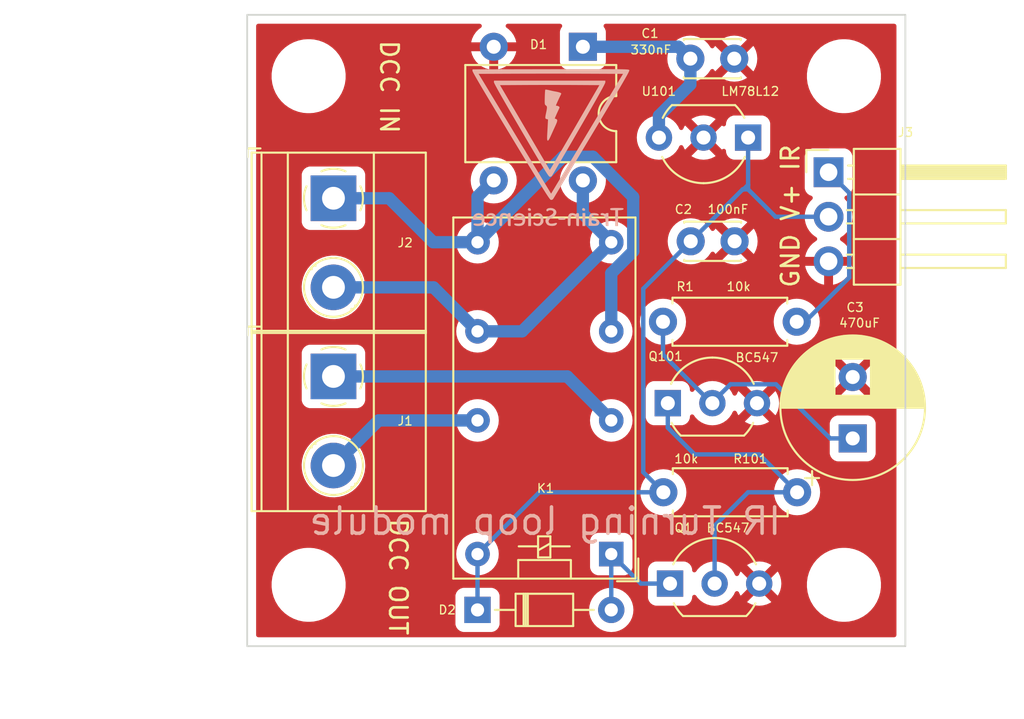
<source format=kicad_pcb>
(kicad_pcb (version 20211014) (generator pcbnew)
  (layers (0 "F.Cu" signal) (31 "B.Cu" signal) (34 "B.Paste" user) (35 "F.Paste" user) (36 "B.SilkS" user "B.Silkscreen") (37 "F.SilkS" user "F.Silkscreen") (38 "B.Mask" user) (39 "F.Mask" user) (44 "Edge.Cuts" user))
  (net 0 "")
  (net 1 "VCC")
  (net 2 "GND")
  (net 3 "+12V")
  (net 4 "Net-(R1-Pad1)")
  (net 5 "/DCC_A_OUT")
  (net 6 "/DCC_B_OUT")
  (net 7 "/DCC_B_IN")
  (net 8 "/DCC_A_IN")
  (net 9 "Net-(D2-Pad2)")
  (net 10 "Net-(Q1-Pad2)")
  (net 11 "Net-(J3-Pad1)")
  (footprint "Capacitor_THT:C_Disc_D3.0mm_W2.0mm_P2.50mm" (layer "F.Cu") (at 165.75 45)
    (fp_text reference "C1" (at -2.301 -1.439 unlocked) (layer "F.SilkS") (effects (font (size 0.5 0.5) (thickness 0.075))))
    (fp_text value "330nF" (at -2.25 -0.5 unlocked) (layer "F.SilkS") (effects (font (size 0.5 0.5) (thickness 0.075))))
    (pad "1" thru_hole circle (at 0 0) (size 1.6 1.6) (drill 0.8) (layers *.Cu *.Mask) (net 1 "VCC"))
    (pad "2" thru_hole circle (at 2.5 0) (size 1.6 1.6) (drill 0.8) (layers *.Cu *.Mask) (net 2 "GND"))
  )
  (footprint "Relay_THT:Relay_DPDT_Omron_G5V-2" (layer "F.Cu") (at 161.2425 73.2465 180)
    (fp_text reference "K1" (at 3.7425 3.7465 unlocked) (layer "F.SilkS") (effects (font (size 0.5 0.5) (thickness 0.075))))
    (fp_text value "G5V-2")
    (pad "1" thru_hole rect (at 0 0 180) (size 1.4 1.4) (drill 0.7) (layers *.Cu *.Mask) (net 9 "Net-(D2-Pad2)"))
    (pad "4" thru_hole circle (at 0 7.62 180) (size 1.4 1.4) (drill 0.7) (layers *.Cu *.Mask) (net 5 "/DCC_A_OUT"))
    (pad "6" thru_hole circle (at 0 12.7 180) (size 1.4 1.4) (drill 0.7) (layers *.Cu *.Mask) (net 8 "/DCC_A_IN"))
    (pad "8" thru_hole circle (at 0 17.78 180) (size 1.4 1.4) (drill 0.7) (layers *.Cu *.Mask) (net 7 "/DCC_B_IN"))
    (pad "9" thru_hole circle (at 7.62 17.78 180) (size 1.4 1.4) (drill 0.7) (layers *.Cu *.Mask) (net 8 "/DCC_A_IN"))
    (pad "11" thru_hole circle (at 7.62 12.7 180) (size 1.4 1.4) (drill 0.7) (layers *.Cu *.Mask) (net 7 "/DCC_B_IN"))
    (pad "13" thru_hole circle (at 7.62 7.62 180) (size 1.4 1.4) (drill 0.7) (layers *.Cu *.Mask) (net 6 "/DCC_B_OUT"))
    (pad "16" thru_hole circle (at 7.62 0 180) (size 1.4 1.4) (drill 0.7) (layers *.Cu *.Mask) (net 3 "+12V"))
  )
  (footprint "MountingHole:MountingHole_3.2mm_M3" (layer "F.Cu") (at 144 46)
    (fp_text reference "REF**" hide)
    (fp_text value "MountingHole_3.2mm_M3")
    (pad "" np_thru_hole circle (at 0 0) (size 3.2 3.2) (drill 3.2) (layers *.Cu *.Mask))
  )
  (footprint "MountingHole:MountingHole_3.2mm_M3" (layer "F.Cu") (at 174.5 75)
    (fp_text reference "REF**" hide)
    (fp_text value "MountingHole_3.2mm_M3")
    (pad "" np_thru_hole circle (at 0 0) (size 3.2 3.2) (drill 3.2) (layers *.Cu *.Mask))
  )
  (footprint "Capacitor_THT:C_Disc_D3.0mm_W2.0mm_P2.50mm" (layer "F.Cu") (at 165.77 55.414)
    (fp_text reference "C2" (at -0.416 -1.82 unlocked) (layer "F.SilkS") (effects (font (size 0.5 0.5) (thickness 0.075))))
    (fp_text value "100nF" (at 2.124 -1.82 unlocked) (layer "F.SilkS") (effects (font (size 0.5 0.5) (thickness 0.075))))
    (pad "1" thru_hole circle (at 0 0) (size 1.6 1.6) (drill 0.8) (layers *.Cu *.Mask) (net 3 "+12V"))
    (pad "2" thru_hole circle (at 2.5 0) (size 1.6 1.6) (drill 0.8) (layers *.Cu *.Mask) (net 2 "GND"))
  )
  (footprint "Diode_THT:Diode_Bridge_DIP-4_W7.62mm_P5.08mm" (layer "F.Cu") (at 159.626 44.323 -90)
    (fp_text reference "D1" (at -0.127 2.527 unlocked) (layer "F.SilkS") (effects (font (size 0.5 0.5) (thickness 0.075))))
    (fp_text value "D_Bridge_+-AA")
    (pad "1" thru_hole rect (at 0 0 270) (size 1.6 1.6) (drill 0.8) (layers *.Cu *.Mask) (net 1 "VCC"))
    (pad "2" thru_hole oval (at 0 5.08 270) (size 1.6 1.6) (drill 0.8) (layers *.Cu *.Mask) (net 2 "GND"))
    (pad "3" thru_hole oval (at 7.62 5.08 270) (size 1.6 1.6) (drill 0.8) (layers *.Cu *.Mask) (net 8 "/DCC_A_IN"))
    (pad "4" thru_hole oval (at 7.62 0 270) (size 1.6 1.6) (drill 0.8) (layers *.Cu *.Mask) (net 7 "/DCC_B_IN"))
  )
  (footprint "Capacitor_THT:CP_Radial_D8.0mm_P3.50mm" (layer "F.Cu") (at 175 66.652651 90)
    (fp_text reference "C3" (at 7.470651 0.133 unlocked) (layer "F.SilkS") (effects (font (size 0.5 0.5) (thickness 0.075))))
    (fp_text value "470uF" (at 6.581651 0.387 unlocked) (layer "F.SilkS") (effects (font (size 0.5 0.5) (thickness 0.075))))
    (pad "1" thru_hole rect (at 0 0 90) (size 1.6 1.6) (drill 0.8) (layers *.Cu *.Mask) (net 4 "Net-(R1-Pad1)"))
    (pad "2" thru_hole circle (at 3.5 0 90) (size 1.6 1.6) (drill 0.8) (layers *.Cu *.Mask) (net 2 "GND"))
  )
  (footprint "TerminalBlock_Phoenix:TerminalBlock_Phoenix_MKDS-1,5-2-5.08_1x02_P5.08mm_Horizontal" (layer "F.Cu") (at 145.415 63.119 -90)
    (fp_text reference "J1" (at 2.54 -4.085 unlocked) (layer "F.SilkS") (effects (font (size 0.5 0.5) (thickness 0.075))))
    (fp_text value "DCC_out")
    (pad "1" thru_hole rect (at 0 0 270) (size 2.6 2.6) (drill 1.3) (layers *.Cu *.Mask) (net 5 "/DCC_A_OUT"))
    (pad "2" thru_hole circle (at 5.08 0 270) (size 2.6 2.6) (drill 1.3) (layers *.Cu *.Mask) (net 6 "/DCC_B_OUT"))
  )
  (footprint "Package_TO_SOT_THT:TO-92_Inline_Wide" (layer "F.Cu") (at 164.592 74.93)
    (fp_text reference "Q1" (at 0.762 -3.175 unlocked) (layer "F.SilkS") (effects (font (size 0.5 0.5) (thickness 0.075))))
    (fp_text value "BC547" (at 3.302 -3.175 unlocked) (layer "F.SilkS") (effects (font (size 0.5 0.5) (thickness 0.075))))
    (pad "1" thru_hole rect (at 0 0) (size 1.5 1.5) (drill 0.8) (layers *.Cu *.Mask) (net 9 "Net-(D2-Pad2)"))
    (pad "2" thru_hole circle (at 2.54 0) (size 1.5 1.5) (drill 0.8) (layers *.Cu *.Mask) (net 10 "Net-(Q1-Pad2)"))
    (pad "3" thru_hole circle (at 5.08 0) (size 1.5 1.5) (drill 0.8) (layers *.Cu *.Mask) (net 2 "GND"))
  )
  (footprint "Package_TO_SOT_THT:TO-92_Inline_Wide" (layer "F.Cu") (at 169.04 49.5 180)
    (fp_text reference "U101" (at 5.083 2.637 unlocked) (layer "F.SilkS") (effects (font (size 0.5 0.5) (thickness 0.075))))
    (fp_text value "LM78L12" (at -0.124 2.637 unlocked) (layer "F.SilkS") (effects (font (size 0.5 0.5) (thickness 0.075))))
    (pad "1" thru_hole rect (at 0 0 180) (size 1.5 1.5) (drill 0.8) (layers *.Cu *.Mask) (net 3 "+12V"))
    (pad "2" thru_hole circle (at 2.54 0 180) (size 1.5 1.5) (drill 0.8) (layers *.Cu *.Mask) (net 2 "GND"))
    (pad "3" thru_hole circle (at 5.08 0 180) (size 1.5 1.5) (drill 0.8) (layers *.Cu *.Mask) (net 1 "VCC"))
  )
  (footprint "TerminalBlock_Phoenix:TerminalBlock_Phoenix_MKDS-1,5-2-5.08_1x02_P5.08mm_Horizontal" (layer "F.Cu") (at 145.415 52.959 -90)
    (fp_text reference "J2" (at 2.54 -4.085 unlocked) (layer "F.SilkS") (effects (font (size 0.5 0.5) (thickness 0.075))))
    (fp_text value "DCC_IN")
    (pad "1" thru_hole rect (at 0 0 270) (size 2.6 2.6) (drill 1.3) (layers *.Cu *.Mask) (net 8 "/DCC_A_IN"))
    (pad "2" thru_hole circle (at 5.08 0 270) (size 2.6 2.6) (drill 1.3) (layers *.Cu *.Mask) (net 7 "/DCC_B_IN"))
  )
  (footprint "Resistor_THT:R_Axial_DIN0207_L6.3mm_D2.5mm_P7.62mm_Horizontal" (layer "F.Cu") (at 164.19 60)
    (fp_text reference "R1" (at 1.262 -2 unlocked) (layer "F.SilkS") (effects (font (size 0.5 0.5) (thickness 0.075))))
    (fp_text value "10k" (at 4.31 -2 unlocked) (layer "F.SilkS") (effects (font (size 0.5 0.5) (thickness 0.075))))
    (pad "1" thru_hole circle (at 0 0) (size 1.6 1.6) (drill 0.8) (layers *.Cu *.Mask) (net 4 "Net-(R1-Pad1)"))
    (pad "2" thru_hole oval (at 7.62 0) (size 1.6 1.6) (drill 0.8) (layers *.Cu *.Mask) (net 11 "Net-(J3-Pad1)"))
  )
  (footprint "Diode_THT:D_DO-34_SOD68_P7.62mm_Horizontal" (layer "F.Cu") (at 153.6225 76.4305)
    (fp_text reference "D2" (at -1.7305 0 unlocked) (layer "F.SilkS") (effects (font (size 0.5 0.5) (thickness 0.075))))
    (fp_text value "D")
    (pad "1" thru_hole rect (at 0 0) (size 1.5 1.5) (drill 0.75) (layers *.Cu *.Mask) (net 3 "+12V"))
    (pad "2" thru_hole oval (at 7.62 0) (size 1.5 1.5) (drill 0.75) (layers *.Cu *.Mask) (net 9 "Net-(D2-Pad2)"))
  )
  (footprint "Package_TO_SOT_THT:TO-92_Inline_Wide" (layer "F.Cu") (at 164.465 64.643)
    (fp_text reference "Q101" (at -0.127 -2.667 unlocked) (layer "F.SilkS") (effects (font (size 0.5 0.5) (thickness 0.075))))
    (fp_text value "BC547" (at 5.08 -2.6 unlocked) (layer "F.SilkS") (effects (font (size 0.5 0.5) (thickness 0.075))))
    (pad "1" thru_hole rect (at 0 0) (size 1.5 1.5) (drill 0.8) (layers *.Cu *.Mask) (net 10 "Net-(Q1-Pad2)"))
    (pad "2" thru_hole circle (at 2.54 0) (size 1.5 1.5) (drill 0.8) (layers *.Cu *.Mask) (net 4 "Net-(R1-Pad1)"))
    (pad "3" thru_hole circle (at 5.08 0) (size 1.5 1.5) (drill 0.8) (layers *.Cu *.Mask) (net 2 "GND"))
  )
  (footprint "MountingHole:MountingHole_3.2mm_M3" (layer "F.Cu") (at 174.5 46)
    (fp_text reference "REF**" hide)
    (fp_text value "MountingHole_3.2mm_M3")
    (pad "" np_thru_hole circle (at 0 0) (size 3.2 3.2) (drill 3.2) (layers *.Cu *.Mask))
  )
  (footprint "Connector_PinHeader_2.54mm:PinHeader_1x03_P2.54mm_Horizontal" (layer "F.Cu") (at 173.625 51.475)
    (fp_text reference "J3" (at 4.385 -2.27 unlocked) (layer "F.SilkS") (effects (font (size 0.5 0.5) (thickness 0.075))))
    (fp_text value "Conn_01x03_Male")
    (pad "1" thru_hole rect (at 0 0) (size 1.7 1.7) (drill 1) (layers *.Cu *.Mask) (net 11 "Net-(J3-Pad1)"))
    (pad "2" thru_hole oval (at 0 2.54) (size 1.7 1.7) (drill 1) (layers *.Cu *.Mask) (net 3 "+12V"))
    (pad "3" thru_hole oval (at 0 5.08) (size 1.7 1.7) (drill 1) (layers *.Cu *.Mask) (net 2 "GND"))
  )
  (footprint "MountingHole:MountingHole_3.2mm_M3" (layer "F.Cu") (at 144 75)
    (fp_text reference "REF**" hide)
    (fp_text value "MountingHole_3.2mm_M3")
    (pad "" np_thru_hole circle (at 0 0) (size 3.2 3.2) (drill 3.2) (layers *.Cu *.Mask))
  )
  (footprint "Resistor_THT:R_Axial_DIN0207_L6.3mm_D2.5mm_P7.62mm_Horizontal" (layer "F.Cu") (at 171.831 69.723 180)
    (fp_text reference "R101" (at 2.667 1.905 unlocked) (layer "F.SilkS") (effects (font (size 0.5 0.5) (thickness 0.075))))
    (fp_text value "10k" (at 6.313 1.905 unlocked) (layer "F.SilkS") (effects (font (size 0.5 0.5) (thickness 0.075))))
    (pad "1" thru_hole circle (at 0 0 180) (size 1.6 1.6) (drill 0.8) (layers *.Cu *.Mask) (net 10 "Net-(Q1-Pad2)"))
    (pad "2" thru_hole oval (at 7.62 0 180) (size 1.6 1.6) (drill 0.8) (layers *.Cu *.Mask) (net 3 "+12V"))
  )
  (footprint "custom_kicad_lib_sk:Train-Science logo small" (layer "B.Cu") (at 157.734 50.165 180)
    (fp_text reference "G***" hide)
    (fp_text value "LOGO" hide)
  )
  (gr_rect (start 140.5 42.5) (end 178 78.5) (layer "Edge.Cuts") (width 0.1) (fill none))
  (gr_text "IR Turning loop module" (at 157.48 71.374) (layer "B.SilkS") (effects (font (size 1.5 1.5) (thickness 0.2)) (justify mirror)))
  (gr_text "GND V+ IR" (at 171.45 53.975 90) (layer "F.SilkS") (effects (font (size 1 1))))
  (gr_text "DCC IN" (at 148.59 46.609 270) (layer "F.SilkS") (effects (font (size 1 1))))
  (gr_text "DCC OUT" (at 149.098 74.549 270) (layer "F.SilkS") (effects (font (size 1 1))))
  (segment (start 165.75 46.467) (end 163.96 48.257) (width 0.7) (layer "B.Cu") (net 1))
  (segment (start 159.626 44.323) (end 165.073 44.323) (width 0.7) (layer "B.Cu") (net 1))
  (segment (start 165.75 45) (end 165.75 46.467) (width 0.7) (layer "B.Cu") (net 1))
  (segment (start 163.96 48.257) (end 163.96 49.5) (width 0.7) (layer "B.Cu") (net 1))
  (segment (start 165.073 44.323) (end 165.75 45) (width 0.7) (layer "B.Cu") (net 1))
  (segment (start 153.6225 73.2465) (end 157.146 69.723) (width 0.25) (layer "B.Cu") (net 3))
  (segment (start 157.146 69.723) (end 164.211 69.723) (width 0.25) (layer "B.Cu") (net 3))
  (segment (start 153.6225 76.4305) (end 153.6225 73.2465) (width 0.25) (layer "B.Cu") (net 3))
  (segment (start 170.601 54.015) (end 173.625 54.015) (width 0.25) (layer "B.Cu") (net 3))
  (segment (start 169.04 52.454) (end 170.601 54.015) (width 0.25) (layer "B.Cu") (net 3))
  (segment (start 168.73 52.454) (end 165.77 55.414) (width 0.25) (layer "B.Cu") (net 3))
  (segment (start 163.065489 58.118511) (end 165.77 55.414) (width 0.25) (layer "B.Cu") (net 3))
  (segment (start 168.78 52.454) (end 169.04 52.194) (width 0.25) (layer "B.Cu") (net 3))
  (segment (start 163.065489 68.577489) (end 163.065489 58.118511) (width 0.25) (layer "B.Cu") (net 3))
  (segment (start 169.04 49.5) (end 169.04 52.194) (width 0.25) (layer "B.Cu") (net 3))
  (segment (start 164.211 69.723) (end 163.065489 68.577489) (width 0.25) (layer "B.Cu") (net 3))
  (segment (start 168.73 52.454) (end 168.78 52.454) (width 0.25) (layer "B.Cu") (net 3))
  (segment (start 169.04 52.194) (end 169.04 52.454) (width 0.25) (layer "B.Cu") (net 3))
  (segment (start 169.04 52.454) (end 168.73 52.454) (width 0.25) (layer "B.Cu") (net 3))
  (segment (start 164.19 61.87) (end 166.96 64.64) (width 0.25) (layer "B.Cu") (net 4))
  (segment (start 170.626489 63.565489) (end 173.713651 66.652651) (width 0.25) (layer "B.Cu") (net 4))
  (segment (start 173.713651 66.652651) (end 175 66.652651) (width 0.25) (layer "B.Cu") (net 4))
  (segment (start 164.19 60) (end 164.19 61.87) (width 0.25) (layer "B.Cu") (net 4))
  (segment (start 168.034511 63.565489) (end 170.626489 63.565489) (width 0.25) (layer "B.Cu") (net 4))
  (segment (start 166.96 64.64) (end 168.034511 63.565489) (width 0.25) (layer "B.Cu") (net 4))
  (segment (start 158.735 63.119) (end 161.2425 65.6265) (width 0.7) (layer "B.Cu") (net 5))
  (segment (start 145.415 63.119) (end 158.735 63.119) (width 0.7) (layer "B.Cu") (net 5))
  (segment (start 153.6225 65.6265) (end 147.9875 65.6265) (width 0.7) (layer "B.Cu") (net 6))
  (segment (start 147.9875 65.6265) (end 145.415 68.199) (width 0.7) (layer "B.Cu") (net 6))
  (segment (start 153.6225 60.5465) (end 156.1625 60.5465) (width 0.7) (layer "B.Cu") (net 7))
  (segment (start 156.1625 60.5465) (end 161.2425 55.4665) (width 0.7) (layer "B.Cu") (net 7))
  (segment (start 151.115 58.039) (end 153.6225 60.5465) (width 0.7) (layer "B.Cu") (net 7))
  (segment (start 145.415 58.039) (end 151.115 58.039) (width 0.7) (layer "B.Cu") (net 7))
  (segment (start 159.626 51.943) (end 159.626 53.85) (width 0.7) (layer "B.Cu") (net 7))
  (segment (start 159.626 53.85) (end 161.2425 55.4665) (width 0.7) (layer "B.Cu") (net 7))
  (segment (start 158.495511 50.593489) (end 160.194489 50.593489) (width 0.7) (layer "B.Cu") (net 8))
  (segment (start 153.6225 52.8665) (end 154.546 51.943) (width 0.7) (layer "B.Cu") (net 8))
  (segment (start 153.6225 55.4665) (end 153.6225 52.8665) (width 0.7) (layer "B.Cu") (net 8))
  (segment (start 153.6225 55.4665) (end 158.495511 50.593489) (width 0.7) (layer "B.Cu") (net 8))
  (segment (start 151.0975 55.4665) (end 148.59 52.959) (width 0.7) (layer "B.Cu") (net 8))
  (segment (start 162.492011 55.984065) (end 161.2425 57.233576) (width 0.7) (layer "B.Cu") (net 8))
  (segment (start 160.194489 50.593489) (end 162.492011 52.891011) (width 0.7) (layer "B.Cu") (net 8))
  (segment (start 148.59 52.959) (end 145.415 52.959) (width 0.7) (layer "B.Cu") (net 8))
  (segment (start 161.2425 57.233576) (end 161.2425 60.5465) (width 0.7) (layer "B.Cu") (net 8))
  (segment (start 153.6225 55.4665) (end 151.0975 55.4665) (width 0.7) (layer "B.Cu") (net 8))
  (segment (start 162.492011 52.891011) (end 162.492011 55.984065) (width 0.7) (layer "B.Cu") (net 8))
  (segment (start 164.592 74.93) (end 162.926 74.93) (width 0.25) (layer "B.Cu") (net 9))
  (segment (start 162.926 74.93) (end 161.2425 73.2465) (width 0.25) (layer "B.Cu") (net 9))
  (segment (start 161.2425 76.4305) (end 161.2425 73.2465) (width 0.25) (layer "B.Cu") (net 9))
  (segment (start 169.037 69.723) (end 171.831 69.723) (width 0.25) (layer "B.Cu") (net 10))
  (segment (start 164.465 66.04) (end 165.989 67.564) (width 0.25) (layer "B.Cu") (net 10))
  (segment (start 165.989 67.564) (end 169.672 67.564) (width 0.25) (layer "B.Cu") (net 10))
  (segment (start 164.465 64.643) (end 164.465 66.04) (width 0.25) (layer "B.Cu") (net 10))
  (segment (start 167.132 71.628) (end 169.037 69.723) (width 0.25) (layer "B.Cu") (net 10))
  (segment (start 167.132 74.93) (end 167.132 71.628) (width 0.25) (layer "B.Cu") (net 10))
  (segment (start 169.672 67.564) (end 171.831 69.723) (width 0.25) (layer "B.Cu") (net 10))
  (segment (start 172.283 60) (end 171.81 60) (width 0.25) (layer "B.Cu") (net 11))
  (segment (start 174.799511 57.483489) (end 172.283 60) (width 0.25) (layer "B.Cu") (net 11))
  (segment (start 173.625 51.475) (end 174.799511 52.649511) (width 0.25) (layer "B.Cu") (net 11))
  (segment (start 174.799511 52.649511) (end 174.799511 57.483489) (width 0.25) (layer "B.Cu") (net 11))
  (zone (net 2) (net_name "GND") (layer "F.Cu") (connect_pads (clearance 0.508)) (min_thickness 0.254) (fill yes (thermal_gap 0.508) (thermal_bridge_width 0.508))
    (polygon (pts (xy 178.816 79.248) (xy 139.446 79.248) (xy 139.446 41.656) (xy 178.816 41.656)))
  )
)
</source>
